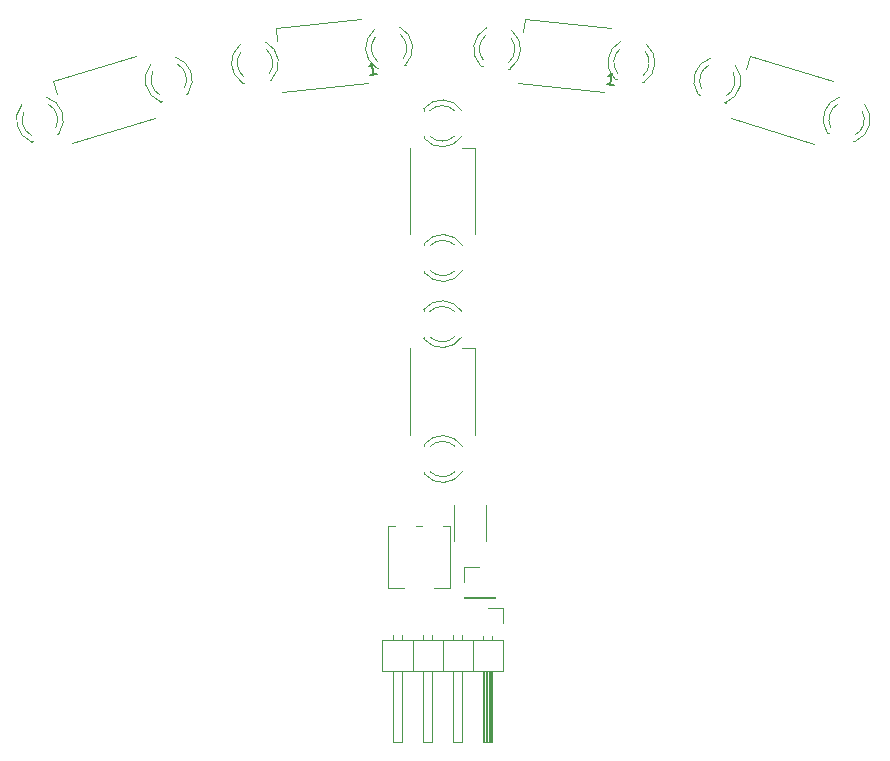
<source format=gbr>
%TF.GenerationSoftware,KiCad,Pcbnew,7.0.9*%
%TF.CreationDate,2025-01-15T18:35:07+09:00*%
%TF.ProjectId,line_side_robot2,6c696e65-5f73-4696-9465-5f726f626f74,rev?*%
%TF.SameCoordinates,Original*%
%TF.FileFunction,Legend,Top*%
%TF.FilePolarity,Positive*%
%FSLAX46Y46*%
G04 Gerber Fmt 4.6, Leading zero omitted, Abs format (unit mm)*
G04 Created by KiCad (PCBNEW 7.0.9) date 2025-01-15 18:35:07*
%MOMM*%
%LPD*%
G01*
G04 APERTURE LIST*
%ADD10C,0.150000*%
%ADD11C,0.120000*%
G04 APERTURE END LIST*
D10*
X148388493Y-29463192D02*
X147820194Y-29522922D01*
X148104344Y-29493057D02*
X147999815Y-28498535D01*
X147999815Y-28498535D02*
X147920031Y-28650565D01*
X147920031Y-28650565D02*
X147835270Y-28755236D01*
X147835270Y-28755236D02*
X147745531Y-28812549D01*
X168473888Y-30399076D02*
X167905589Y-30339346D01*
X168189738Y-30369211D02*
X168294267Y-29374689D01*
X168294267Y-29374689D02*
X168184618Y-29506809D01*
X168184618Y-29506809D02*
X168079946Y-29591570D01*
X168079946Y-29591570D02*
X167980253Y-29628973D01*
D11*
%TO.C,J2*%
X155770000Y-71170000D02*
X157100000Y-71170000D01*
X155770000Y-72500000D02*
X155770000Y-71170000D01*
X155770000Y-73770000D02*
X155770000Y-73830000D01*
X155770000Y-73770000D02*
X158430000Y-73770000D01*
X155770000Y-73830000D02*
X158430000Y-73830000D01*
X158430000Y-73770000D02*
X158430000Y-73830000D01*
%TO.C,Q7*%
X175597194Y-31153897D02*
X175746377Y-31199507D01*
X177811995Y-31831030D02*
X177961179Y-31876640D01*
X176692752Y-28108817D02*
G75*
G03*
X175597657Y-31154037I542534J-1914616D01*
G01*
X176507030Y-28712082D02*
G75*
G03*
X175898130Y-30703147I728256J-1311351D01*
G01*
X177963748Y-31334669D02*
G75*
G03*
X178572335Y-29343509I-728462J1311236D01*
G01*
X177960716Y-31876497D02*
G75*
G03*
X178755707Y-28739526I-725430J1853064D01*
G01*
%TO.C,Q12*%
X152415000Y-60824000D02*
X152415000Y-60980000D01*
X152415000Y-63140000D02*
X152415000Y-63296000D01*
X155647334Y-60981392D02*
G75*
G03*
X152415001Y-60824485I-1672334J-1078608D01*
G01*
X155016129Y-60980164D02*
G75*
G03*
X152934040Y-60980001I-1041129J-1079836D01*
G01*
X152934040Y-63139999D02*
G75*
G03*
X155016129Y-63139836I1040960J1079999D01*
G01*
X152415001Y-63295515D02*
G75*
G03*
X155647334Y-63138608I1559999J1235515D01*
G01*
%TO.C,D5*%
X185395433Y-35346837D02*
X178414408Y-33212523D01*
X187003478Y-30087161D02*
X180022453Y-27952847D01*
X180022453Y-27952847D02*
X179686225Y-29052598D01*
%TO.C,Q4*%
X148383223Y-28951119D02*
X148538369Y-28934812D01*
X150686536Y-28709031D02*
X150841681Y-28692724D01*
X148201882Y-25720039D02*
G75*
G03*
X148383706Y-28951067I1247506J-1550428D01*
G01*
X148266639Y-26347914D02*
G75*
G03*
X148484114Y-28418616I1182749J-922553D01*
G01*
X150632281Y-28192834D02*
G75*
G03*
X150414482Y-26122168I-1182893J922367D01*
G01*
X150841200Y-28692775D02*
G75*
G03*
X150347281Y-25494548I-1391812J1422308D01*
G01*
%TO.C,D3*%
X129622010Y-33188557D02*
X122640985Y-35322871D01*
X128013965Y-27928881D02*
X121032940Y-30063195D01*
X121032940Y-30063195D02*
X121369168Y-31162945D01*
%TO.C,Q2*%
X130067260Y-31792372D02*
X130216444Y-31746762D01*
X132282062Y-31115239D02*
X132431245Y-31069629D01*
X129272732Y-28655258D02*
G75*
G03*
X130067723Y-31792229I1520421J-1283907D01*
G01*
X129456104Y-29259241D02*
G75*
G03*
X130064691Y-31250401I1337049J-679924D01*
G01*
X132130309Y-30618879D02*
G75*
G03*
X131521409Y-28627814I-1337156J679714D01*
G01*
X132430782Y-31069769D02*
G75*
G03*
X131335687Y-28024549I-1637629J1130604D01*
G01*
%TO.C,D1*%
X151235000Y-60000000D02*
X151235000Y-52700000D01*
X156735000Y-60000000D02*
X156735000Y-52700000D01*
X156735000Y-52700000D02*
X155585000Y-52700000D01*
%TO.C,Q8*%
X186545300Y-34438328D02*
X186694483Y-34483938D01*
X188760101Y-35115461D02*
X188909285Y-35161071D01*
X187640858Y-31393248D02*
G75*
G03*
X186545763Y-34438468I542534J-1914616D01*
G01*
X187455136Y-31996513D02*
G75*
G03*
X186846236Y-33987578I728256J-1311351D01*
G01*
X188911854Y-34619100D02*
G75*
G03*
X189520441Y-32627940I-728462J1311236D01*
G01*
X188908822Y-35160928D02*
G75*
G03*
X189703813Y-32023957I-725430J1853064D01*
G01*
%TO.C,Q3*%
X137022109Y-30205551D02*
X137177255Y-30189244D01*
X139325422Y-29963463D02*
X139480567Y-29947156D01*
X136840768Y-26974471D02*
G75*
G03*
X137022592Y-30205499I1247506J-1550428D01*
G01*
X136905525Y-27602346D02*
G75*
G03*
X137123000Y-29673048I1182749J-922553D01*
G01*
X139271167Y-29447266D02*
G75*
G03*
X139053368Y-27376600I-1182893J922367D01*
G01*
X139480086Y-29947207D02*
G75*
G03*
X138986167Y-26748980I-1391812J1422308D01*
G01*
%TO.C,J1*%
X159054013Y-74661020D02*
X159054013Y-75931020D01*
X157784013Y-74661020D02*
X159054013Y-74661020D01*
X155624013Y-76973949D02*
X155624013Y-77371020D01*
X154864013Y-76973949D02*
X154864013Y-77371020D01*
X153084013Y-76973949D02*
X153084013Y-77371020D01*
X152324013Y-76973949D02*
X152324013Y-77371020D01*
X150544013Y-76973949D02*
X150544013Y-77371020D01*
X149784013Y-76973949D02*
X149784013Y-77371020D01*
X158164013Y-77041020D02*
X158164013Y-77371020D01*
X157404013Y-77041020D02*
X157404013Y-77371020D01*
X159114013Y-77371020D02*
X148834013Y-77371020D01*
X156514013Y-77371020D02*
X156514013Y-80031020D01*
X153974013Y-77371020D02*
X153974013Y-80031020D01*
X151434013Y-77371020D02*
X151434013Y-80031020D01*
X148834013Y-77371020D02*
X148834013Y-80031020D01*
X159114013Y-80031020D02*
X159114013Y-77371020D01*
X158164013Y-80031020D02*
X158164013Y-86031020D01*
X158104013Y-80031020D02*
X158104013Y-86031020D01*
X157984013Y-80031020D02*
X157984013Y-86031020D01*
X157864013Y-80031020D02*
X157864013Y-86031020D01*
X157744013Y-80031020D02*
X157744013Y-86031020D01*
X157624013Y-80031020D02*
X157624013Y-86031020D01*
X157504013Y-80031020D02*
X157504013Y-86031020D01*
X155624013Y-80031020D02*
X155624013Y-86031020D01*
X153084013Y-80031020D02*
X153084013Y-86031020D01*
X150544013Y-80031020D02*
X150544013Y-86031020D01*
X148834013Y-80031020D02*
X159114013Y-80031020D01*
X158164013Y-86031020D02*
X157404013Y-86031020D01*
X157404013Y-86031020D02*
X157404013Y-80031020D01*
X155624013Y-86031020D02*
X154864013Y-86031020D01*
X154864013Y-86031020D02*
X154864013Y-80031020D01*
X153084013Y-86031020D02*
X152324013Y-86031020D01*
X152324013Y-86031020D02*
X152324013Y-80031020D01*
X150544013Y-86031020D02*
X149784013Y-86031020D01*
X149784013Y-86031020D02*
X149784013Y-80031020D01*
%TO.C,R1*%
X154970000Y-69037064D02*
X154970000Y-65982936D01*
X157690000Y-69037064D02*
X157690000Y-65982936D01*
%TO.C,Q6*%
X168575200Y-29897098D02*
X168730345Y-29913405D01*
X170878512Y-30139186D02*
X171033658Y-30155493D01*
X169069600Y-26698922D02*
G75*
G03*
X168575681Y-29897149I897893J-1775919D01*
G01*
X169002399Y-27326541D02*
G75*
G03*
X168784599Y-29397209I965094J-1148300D01*
G01*
X170932766Y-29622989D02*
G75*
G03*
X171150241Y-27552288I-965273J1148148D01*
G01*
X171033175Y-30155441D02*
G75*
G03*
X171214999Y-26924413I-1065682J1680600D01*
G01*
%TO.C,RV1*%
X149370000Y-72950000D02*
X150750000Y-72950000D01*
X149370000Y-72950000D02*
X149370000Y-67710000D01*
X153230000Y-72950000D02*
X154610000Y-72950000D01*
X154610000Y-72950000D02*
X154610000Y-67710000D01*
X149370000Y-67710000D02*
X149951000Y-67710000D01*
X151730000Y-67710000D02*
X152250000Y-67710000D01*
X154030000Y-67710000D02*
X154610000Y-67710000D01*
%TO.C,D2*%
X151235000Y-43000000D02*
X151235000Y-35700000D01*
X156735000Y-43000000D02*
X156735000Y-35700000D01*
X156735000Y-35700000D02*
X155585000Y-35700000D01*
%TO.C,D6*%
X147679749Y-30236694D02*
X140419739Y-30999752D01*
X147104843Y-24766824D02*
X139844833Y-25529882D01*
X139844833Y-25529882D02*
X139965041Y-26673582D01*
%TO.C,Q11*%
X152380000Y-49404000D02*
X152380000Y-49560000D01*
X152380000Y-51720000D02*
X152380000Y-51876000D01*
X155612334Y-49561392D02*
G75*
G03*
X152380001Y-49404485I-1672334J-1078608D01*
G01*
X154981129Y-49560164D02*
G75*
G03*
X152899040Y-49560001I-1041129J-1079836D01*
G01*
X152899040Y-51719999D02*
G75*
G03*
X154981129Y-51719836I1040960J1079999D01*
G01*
X152380001Y-51875515D02*
G75*
G03*
X155612334Y-51718608I1559999J1235515D01*
G01*
%TO.C,Q1*%
X119154239Y-35191559D02*
X119303423Y-35145949D01*
X121369041Y-34514426D02*
X121518224Y-34468816D01*
X118359711Y-32054445D02*
G75*
G03*
X119154702Y-35191416I1520421J-1283907D01*
G01*
X118543083Y-32658428D02*
G75*
G03*
X119151670Y-34649588I1337049J-679924D01*
G01*
X121217288Y-34018066D02*
G75*
G03*
X120608388Y-32027001I-1337156J679714D01*
G01*
X121517761Y-34468956D02*
G75*
G03*
X120422666Y-31423736I-1637629J1130604D01*
G01*
%TO.C,D4*%
X167619812Y-31008320D02*
X160359802Y-30245262D01*
X168194718Y-25538450D02*
X160934708Y-24775392D01*
X160934708Y-24775392D02*
X160814501Y-25919092D01*
%TO.C,Q10*%
X152430000Y-43804000D02*
X152430000Y-43960000D01*
X152430000Y-46120000D02*
X152430000Y-46276000D01*
X155662334Y-43961392D02*
G75*
G03*
X152430001Y-43804485I-1672334J-1078608D01*
G01*
X155031129Y-43960164D02*
G75*
G03*
X152949040Y-43960001I-1041129J-1079836D01*
G01*
X152949040Y-46119999D02*
G75*
G03*
X155031129Y-46119836I1040960J1079999D01*
G01*
X152430001Y-46275515D02*
G75*
G03*
X155662334Y-46118608I1559999J1235515D01*
G01*
%TO.C,Q5*%
X157201543Y-28762009D02*
X157356688Y-28778316D01*
X159504855Y-29004097D02*
X159660001Y-29020404D01*
X157695943Y-25563833D02*
G75*
G03*
X157202024Y-28762060I897893J-1775919D01*
G01*
X157628742Y-26191452D02*
G75*
G03*
X157410942Y-28262120I965094J-1148300D01*
G01*
X159559109Y-28487900D02*
G75*
G03*
X159776584Y-26417199I-965273J1148148D01*
G01*
X159659518Y-29020352D02*
G75*
G03*
X159841342Y-25789324I-1065682J1680600D01*
G01*
%TO.C,Q9*%
X152380000Y-32404000D02*
X152380000Y-32560000D01*
X152380000Y-34720000D02*
X152380000Y-34876000D01*
X155612334Y-32561392D02*
G75*
G03*
X152380001Y-32404485I-1672334J-1078608D01*
G01*
X154981129Y-32560164D02*
G75*
G03*
X152899040Y-32560001I-1041129J-1079836D01*
G01*
X152899040Y-34719999D02*
G75*
G03*
X154981129Y-34719836I1040960J1079999D01*
G01*
X152380001Y-34875515D02*
G75*
G03*
X155612334Y-34718608I1559999J1235515D01*
G01*
%TD*%
M02*

</source>
